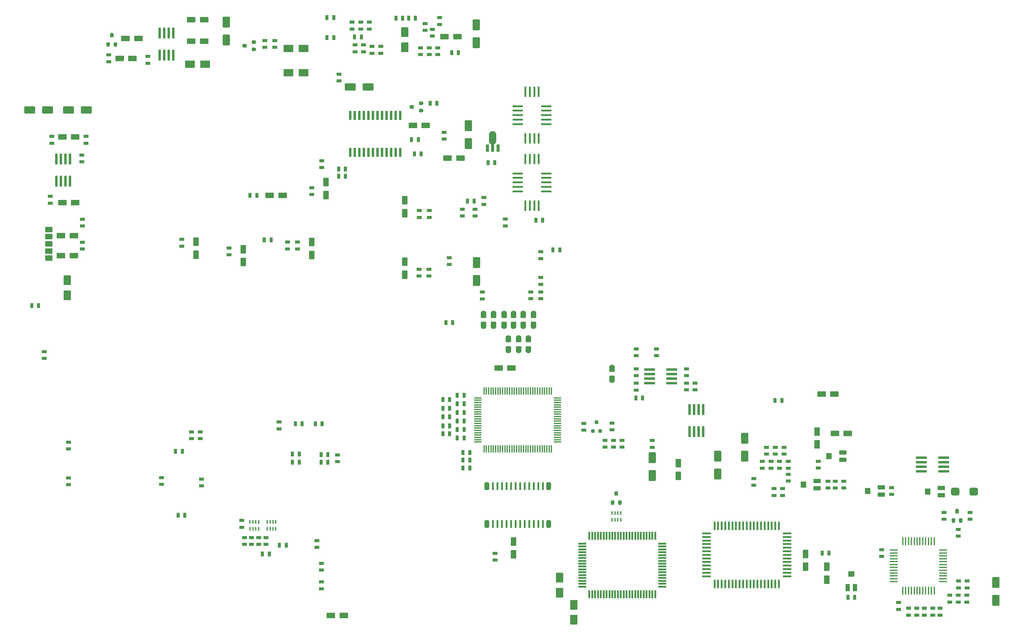
<source format=gtp>
G04 #@! TF.GenerationSoftware,KiCad,Pcbnew,7.0.8*
G04 #@! TF.CreationDate,2023-11-11T13:49:26+01:00*
G04 #@! TF.ProjectId,PCE,5043452e-6b69-4636-9164-5f7063625858,1.3*
G04 #@! TF.SameCoordinates,Original*
G04 #@! TF.FileFunction,Paste,Top*
G04 #@! TF.FilePolarity,Positive*
%FSLAX46Y46*%
G04 Gerber Fmt 4.6, Leading zero omitted, Abs format (unit mm)*
G04 Created by KiCad (PCBNEW 7.0.8) date 2023-11-11 13:49:26*
%MOMM*%
%LPD*%
G01*
G04 APERTURE LIST*
G04 Aperture macros list*
%AMRoundRect*
0 Rectangle with rounded corners*
0 $1 Rounding radius*
0 $2 $3 $4 $5 $6 $7 $8 $9 X,Y pos of 4 corners*
0 Add a 4 corners polygon primitive as box body*
4,1,4,$2,$3,$4,$5,$6,$7,$8,$9,$2,$3,0*
0 Add four circle primitives for the rounded corners*
1,1,$1+$1,$2,$3*
1,1,$1+$1,$4,$5*
1,1,$1+$1,$6,$7*
1,1,$1+$1,$8,$9*
0 Add four rect primitives between the rounded corners*
20,1,$1+$1,$2,$3,$4,$5,0*
20,1,$1+$1,$4,$5,$6,$7,0*
20,1,$1+$1,$6,$7,$8,$9,0*
20,1,$1+$1,$8,$9,$2,$3,0*%
G04 Aperture macros list end*
%ADD10RoundRect,0.200000X-0.800000X1.300000X-0.800000X-1.300000X0.800000X-1.300000X0.800000X1.300000X0*%
%ADD11RoundRect,0.219512X0.480488X-0.230488X0.480488X0.230488X-0.480488X0.230488X-0.480488X-0.230488X0*%
%ADD12RoundRect,0.219512X-0.480488X0.230488X-0.480488X-0.230488X0.480488X-0.230488X0.480488X0.230488X0*%
%ADD13RoundRect,0.219512X-0.230488X-0.480488X0.230488X-0.480488X0.230488X0.480488X-0.230488X0.480488X0*%
%ADD14RoundRect,0.060000X-1.440000X-0.240000X1.440000X-0.240000X1.440000X0.240000X-1.440000X0.240000X0*%
%ADD15RoundRect,0.150000X-1.050000X-0.600000X1.050000X-0.600000X1.050000X0.600000X-1.050000X0.600000X0*%
%ADD16RoundRect,0.150000X0.600000X-1.050000X0.600000X1.050000X-0.600000X1.050000X-0.600000X-1.050000X0*%
%ADD17RoundRect,0.200000X0.800000X-1.300000X0.800000X1.300000X-0.800000X1.300000X-0.800000X-1.300000X0*%
%ADD18RoundRect,0.150000X-0.600000X1.050000X-0.600000X-1.050000X0.600000X-1.050000X0.600000X1.050000X0*%
%ADD19R,0.500000X2.400000*%
%ADD20R,2.400000X0.500000*%
%ADD21R,0.400000X1.100000*%
%ADD22RoundRect,0.200000X-1.175000X-0.800000X1.175000X-0.800000X1.175000X0.800000X-1.175000X0.800000X0*%
%ADD23RoundRect,0.219512X0.230488X0.480488X-0.230488X0.480488X-0.230488X-0.480488X0.230488X-0.480488X0*%
%ADD24RoundRect,0.060000X-0.940000X-0.540000X0.940000X-0.540000X0.940000X0.540000X-0.940000X0.540000X0*%
%ADD25RoundRect,0.080000X-0.720000X-0.795000X0.720000X-0.795000X0.720000X0.795000X-0.720000X0.795000X0*%
%ADD26RoundRect,0.060000X0.240000X-1.440000X0.240000X1.440000X-0.240000X1.440000X-0.240000X-1.440000X0*%
%ADD27R,0.900000X2.000000*%
%ADD28R,0.900000X2.500000*%
%ADD29RoundRect,1.050000X0.000000X-0.825000X0.000000X0.825000X0.000000X0.825000X0.000000X-0.825000X0*%
%ADD30RoundRect,0.200000X0.300000X0.300000X-0.300000X0.300000X-0.300000X-0.300000X0.300000X-0.300000X0*%
%ADD31C,1.000000*%
%ADD32RoundRect,0.250000X0.250000X0.250000X-0.250000X0.250000X-0.250000X-0.250000X0.250000X-0.250000X0*%
%ADD33C,1.600000*%
%ADD34RoundRect,0.326087X-0.473913X0.423913X-0.473913X-0.423913X0.473913X-0.423913X0.473913X0.423913X0*%
%ADD35RoundRect,0.200000X-0.800000X1.175000X-0.800000X-1.175000X0.800000X-1.175000X0.800000X1.175000X0*%
%ADD36RoundRect,0.060000X-0.240000X1.190000X-0.240000X-1.190000X0.240000X-1.190000X0.240000X1.190000X0*%
%ADD37RoundRect,0.200000X0.300000X-0.300000X0.300000X0.300000X-0.300000X0.300000X-0.300000X-0.300000X0*%
%ADD38RoundRect,0.250000X0.250000X-0.250000X0.250000X0.250000X-0.250000X0.250000X-0.250000X-0.250000X0*%
%ADD39R,0.500000X2.200000*%
%ADD40R,2.200000X0.500000*%
%ADD41RoundRect,0.478260X-0.671740X-0.621740X0.671740X-0.621740X0.671740X0.621740X-0.671740X0.621740X0*%
%ADD42RoundRect,0.100000X-0.100000X0.950000X-0.100000X-0.950000X0.100000X-0.950000X0.100000X0.950000X0*%
%ADD43RoundRect,0.100000X-0.950000X0.100000X-0.950000X-0.100000X0.950000X-0.100000X0.950000X0.100000X0*%
%ADD44RoundRect,0.200000X-1.300000X-0.800000X1.300000X-0.800000X1.300000X0.800000X-1.300000X0.800000X0*%
%ADD45RoundRect,0.325000X0.325000X0.753750X-0.325000X0.753750X-0.325000X-0.753750X0.325000X-0.753750X0*%
%ADD46RoundRect,0.142500X0.142500X0.936250X-0.142500X0.936250X-0.142500X-0.936250X0.142500X-0.936250X0*%
%ADD47RoundRect,0.200000X1.300000X0.800000X-1.300000X0.800000X-1.300000X-0.800000X1.300000X-0.800000X0*%
%ADD48R,0.500000X3.000000*%
%ADD49R,3.000000X0.500000*%
%ADD50RoundRect,0.075000X0.925000X0.675000X-0.925000X0.675000X-0.925000X-0.675000X0.925000X-0.675000X0*%
%ADD51R,0.400000X2.250000*%
%ADD52R,2.250000X0.400000*%
%ADD53RoundRect,0.060000X-0.540000X0.940000X-0.540000X-0.940000X0.540000X-0.940000X0.540000X0.940000X0*%
%ADD54RoundRect,0.080000X-0.795000X0.720000X-0.795000X-0.720000X0.795000X-0.720000X0.795000X0.720000X0*%
G04 APERTURE END LIST*
D10*
X346125000Y-208050000D03*
X346125000Y-213050000D03*
D11*
X245625000Y-154250000D03*
X245625000Y-152350000D03*
D12*
X193350000Y-117275000D03*
X193350000Y-119175000D03*
D13*
X297575000Y-199875000D03*
X299475000Y-199875000D03*
X195575000Y-160525000D03*
X197475000Y-160525000D03*
D14*
X325300000Y-173145000D03*
X325300000Y-174415000D03*
X325300000Y-175685000D03*
X325300000Y-176955000D03*
X331500000Y-176950000D03*
X331500000Y-175685000D03*
X331500000Y-174415000D03*
X331500000Y-173145000D03*
D15*
X121212200Y-50774600D03*
X124812200Y-50774600D03*
D12*
X259675000Y-148325000D03*
X259675000Y-150225000D03*
D11*
X288100000Y-179700000D03*
X288100000Y-177800000D03*
D16*
X180925000Y-104825000D03*
X180925000Y-101225000D03*
D13*
X195575000Y-167700000D03*
X197475000Y-167700000D03*
D11*
X314150000Y-200800000D03*
X314150000Y-198900000D03*
D12*
X236900000Y-168325000D03*
X236900000Y-170225000D03*
D17*
X200950000Y-123625000D03*
X200950000Y-118625000D03*
D18*
X211325000Y-196600000D03*
X211325000Y-200200000D03*
D19*
X267475000Y-208475000D03*
X268475000Y-208475000D03*
X269475000Y-208475000D03*
X270475000Y-208475000D03*
X271475000Y-208475000D03*
X272475000Y-208475000D03*
X273475000Y-208475000D03*
X274475000Y-208475000D03*
X275475000Y-208475000D03*
X276475000Y-208475000D03*
X277475000Y-208475000D03*
X278475000Y-208475000D03*
X279475000Y-208475000D03*
X280475000Y-208475000D03*
X281475000Y-208475000D03*
X282475000Y-208475000D03*
X285475000Y-208475000D03*
X284475000Y-208475000D03*
X283475000Y-208475000D03*
D20*
X287725000Y-206325000D03*
X287725000Y-205325000D03*
X287725000Y-204325000D03*
X287725000Y-203325000D03*
X287725000Y-202325000D03*
X287725000Y-201325000D03*
X287725000Y-200325000D03*
X287725000Y-199325000D03*
X287725000Y-198325000D03*
X287725000Y-197325000D03*
X287725000Y-196325000D03*
X287725000Y-195325000D03*
X287725000Y-194325000D03*
D19*
X285475000Y-192175000D03*
X284475000Y-192175000D03*
X283475000Y-192175000D03*
X282475000Y-192175000D03*
X281475000Y-192175000D03*
X280475000Y-192175000D03*
X279475000Y-192175000D03*
X278475000Y-192175000D03*
X277475000Y-192175000D03*
X276475000Y-192175000D03*
X275475000Y-192175000D03*
X274475000Y-192175000D03*
X273475000Y-192175000D03*
X272475000Y-192175000D03*
X271475000Y-192175000D03*
X270475000Y-192175000D03*
X269475000Y-192175000D03*
X268475000Y-192175000D03*
X267475000Y-192175000D03*
D20*
X265225000Y-194325000D03*
X265225000Y-195325000D03*
X265225000Y-196325000D03*
X265225000Y-197325000D03*
X265225000Y-198325000D03*
X265225000Y-199325000D03*
X265225000Y-200325000D03*
X265225000Y-201325000D03*
X265225000Y-202325000D03*
X265225000Y-203325000D03*
X265225000Y-204325000D03*
X265225000Y-205325000D03*
X265225000Y-206325000D03*
D21*
X142475000Y-193050000D03*
X143275000Y-193050000D03*
X144075000Y-193050000D03*
X144875000Y-193050000D03*
X144875000Y-191150000D03*
X144075000Y-191150000D03*
X143275000Y-191150000D03*
X142475000Y-191150000D03*
D22*
X120875000Y-63150000D03*
X125075000Y-63150000D03*
D18*
X135750000Y-114900000D03*
X135750000Y-118500000D03*
D11*
X167000000Y-59675000D03*
X167000000Y-57775000D03*
D13*
X191575000Y-161725000D03*
X193475000Y-161725000D03*
D11*
X171000000Y-53325000D03*
X171000000Y-51425000D03*
D23*
X119475000Y-189275000D03*
X117575000Y-189275000D03*
D11*
X80175000Y-145425000D03*
X80175000Y-143525000D03*
D12*
X285675000Y-174225000D03*
X285675000Y-176125000D03*
X191875000Y-82200000D03*
X191875000Y-84100000D03*
D24*
X296150000Y-179725000D03*
D25*
X292300000Y-180725000D03*
D24*
X296150000Y-181725000D03*
D12*
X162560000Y-65979000D03*
X162560000Y-67879000D03*
D11*
X168600000Y-53325000D03*
X168600000Y-51425000D03*
X301200000Y-181650000D03*
X301200000Y-179750000D03*
X318900000Y-215575000D03*
X318900000Y-213675000D03*
D13*
X187975000Y-74100000D03*
X189875000Y-74100000D03*
D26*
X260520000Y-165875000D03*
X261790000Y-165875000D03*
X263060000Y-165875000D03*
X264330000Y-165875000D03*
X264325000Y-159675000D03*
X263060000Y-159675000D03*
X261790000Y-159675000D03*
X260520000Y-159675000D03*
D12*
X239200000Y-168325000D03*
X239200000Y-170225000D03*
D21*
X238850000Y-190550000D03*
X239650000Y-190550000D03*
X240450000Y-190550000D03*
X241250000Y-190550000D03*
X241250000Y-188650000D03*
X240450000Y-188650000D03*
X239650000Y-188650000D03*
X238850000Y-188650000D03*
D11*
X112950000Y-180650000D03*
X112950000Y-178750000D03*
X91821000Y-85262800D03*
X91821000Y-83362800D03*
D13*
X76662200Y-130683000D03*
X78562200Y-130683000D03*
D11*
X251250000Y-144650000D03*
X251250000Y-142750000D03*
D27*
X203975000Y-86600000D03*
D28*
X205475000Y-86350000D03*
D29*
X205475000Y-83725000D03*
D27*
X206975000Y-86600000D03*
D12*
X286500000Y-181812500D03*
X286500000Y-183712500D03*
D30*
X182950000Y-75100000D03*
D31*
X182650000Y-75100000D03*
X185650000Y-76100000D03*
D32*
X185350000Y-76100000D03*
D31*
X185650000Y-74100000D03*
D32*
X185350000Y-74100000D03*
D15*
X192027400Y-55499000D03*
X195627400Y-55499000D03*
D23*
X180345200Y-50342800D03*
X178445200Y-50342800D03*
D11*
X335625000Y-213525000D03*
X335625000Y-211625000D03*
D24*
X330875000Y-181625000D03*
D25*
X327025000Y-182625000D03*
D24*
X330875000Y-183625000D03*
D13*
X195575000Y-162925000D03*
X197475000Y-162925000D03*
D15*
X143175000Y-99875000D03*
X146775000Y-99875000D03*
D13*
X157500000Y-174425000D03*
X159400000Y-174425000D03*
D11*
X135325000Y-192625000D03*
X135325000Y-190725000D03*
D33*
X205700000Y-132900000D03*
D34*
X205700000Y-133350000D03*
X205700000Y-135950000D03*
D33*
X205700000Y-136400000D03*
D12*
X184875000Y-120475000D03*
X184875000Y-122375000D03*
X123725000Y-165975000D03*
X123725000Y-167875000D03*
D11*
X190119000Y-60487600D03*
X190119000Y-58587600D03*
D12*
X109067600Y-61000600D03*
X109067600Y-62900600D03*
X208975000Y-106475000D03*
X208975000Y-108375000D03*
D23*
X286275000Y-157175000D03*
X284375000Y-157175000D03*
D12*
X187750000Y-104100000D03*
X187750000Y-106000000D03*
D35*
X228175000Y-214300000D03*
X228175000Y-218500000D03*
D12*
X230925000Y-163575000D03*
X230925000Y-165475000D03*
D13*
X217525000Y-106800000D03*
X219425000Y-106800000D03*
D11*
X278425000Y-180875000D03*
X278425000Y-178975000D03*
D12*
X238850000Y-163512500D03*
X238850000Y-165412500D03*
X184925000Y-104100000D03*
X184925000Y-106000000D03*
D11*
X90805000Y-114843600D03*
X90805000Y-112943600D03*
D13*
X166875000Y-55550000D03*
X168775000Y-55550000D03*
D15*
X102848000Y-55981600D03*
X106448000Y-55981600D03*
X160275000Y-217250000D03*
X163875000Y-217250000D03*
D12*
X187675000Y-120475000D03*
X187675000Y-122375000D03*
D13*
X162425000Y-94500000D03*
X164325000Y-94500000D03*
D23*
X199075000Y-173850000D03*
X197175000Y-173850000D03*
D13*
X159175000Y-50150000D03*
X161075000Y-50150000D03*
D11*
X328450000Y-217175000D03*
X328450000Y-215275000D03*
D22*
X148425000Y-65550000D03*
X152625000Y-65550000D03*
D10*
X198650000Y-80350000D03*
X198650000Y-85350000D03*
D11*
X142100000Y-197400000D03*
X142100000Y-195500000D03*
D12*
X259675000Y-152325000D03*
X259675000Y-154225000D03*
D23*
X183891000Y-50342800D03*
X181991000Y-50342800D03*
D12*
X245625000Y-148350000D03*
X245625000Y-150250000D03*
X90627200Y-88585000D03*
X90627200Y-90485000D03*
D11*
X86950000Y-180700000D03*
X86950000Y-178800000D03*
X330500000Y-217175000D03*
X330500000Y-215275000D03*
D15*
X85223800Y-101879400D03*
X88823800Y-101879400D03*
D13*
X137650000Y-99875000D03*
X139550000Y-99875000D03*
D10*
X268350000Y-172725000D03*
X268350000Y-177725000D03*
D36*
X179610000Y-77525000D03*
X178340000Y-77525000D03*
X177070000Y-77525000D03*
X175800000Y-77525000D03*
X174530000Y-77525000D03*
X173260000Y-77525000D03*
X171990000Y-77525000D03*
X170720000Y-77525000D03*
X169450000Y-77525000D03*
X168180000Y-77525000D03*
X166910000Y-77525000D03*
X165640000Y-77525000D03*
X165640000Y-87825000D03*
X166910000Y-87825000D03*
X168180000Y-87825000D03*
X169450000Y-87825000D03*
X170720000Y-87825000D03*
X171990000Y-87825000D03*
X173260000Y-87825000D03*
X174530000Y-87825000D03*
X175800000Y-87825000D03*
X177070000Y-87825000D03*
X178340000Y-87825000D03*
X179610000Y-87825000D03*
D23*
X159400000Y-172300000D03*
X157500000Y-172300000D03*
D37*
X240025000Y-183250000D03*
D31*
X240025000Y-182950000D03*
X239025000Y-185950000D03*
D38*
X239025000Y-185650000D03*
D31*
X241025000Y-185950000D03*
D38*
X241025000Y-185650000D03*
D10*
X200914000Y-52211600D03*
X200914000Y-57211600D03*
D11*
X131775000Y-116450000D03*
X131775000Y-114550000D03*
X82245200Y-85262800D03*
X82245200Y-83362800D03*
D39*
X250900000Y-195050000D03*
X250100000Y-195050000D03*
X249300000Y-195050000D03*
X248500000Y-195050000D03*
X247700000Y-195050000D03*
X246900000Y-195050000D03*
X246100000Y-195050000D03*
X245300000Y-195050000D03*
X244500000Y-195050000D03*
X243700000Y-195050000D03*
X242900000Y-195050000D03*
X242100000Y-195050000D03*
X241300000Y-195050000D03*
X240500000Y-195050000D03*
X239700000Y-195050000D03*
X238900000Y-195050000D03*
X238100000Y-195050000D03*
X237300000Y-195050000D03*
X236500000Y-195050000D03*
X235700000Y-195050000D03*
X234900000Y-195050000D03*
X234100000Y-195050000D03*
X233300000Y-195050000D03*
X232500000Y-195050000D03*
D40*
X230550000Y-197200000D03*
X230550000Y-198000000D03*
X230550000Y-198800000D03*
X230550000Y-199600000D03*
X230550000Y-200400000D03*
X230550000Y-201200000D03*
X230550000Y-202000000D03*
X230550000Y-202800000D03*
X230550000Y-203600000D03*
X230550000Y-204400000D03*
X230550000Y-205200000D03*
X230550000Y-206000000D03*
X230550000Y-206800000D03*
X230550000Y-207600000D03*
X230550000Y-208400000D03*
X230550000Y-209200000D03*
D39*
X232500000Y-211350000D03*
X233300000Y-211350000D03*
X234100000Y-211350000D03*
X234900000Y-211350000D03*
X235700000Y-211350000D03*
X236500000Y-211350000D03*
X237300000Y-211350000D03*
X238100000Y-211350000D03*
X238900000Y-211350000D03*
X239700000Y-211350000D03*
X240500000Y-211350000D03*
X241300000Y-211350000D03*
X242100000Y-211350000D03*
X242900000Y-211350000D03*
X243700000Y-211350000D03*
X244500000Y-211350000D03*
X245300000Y-211350000D03*
X246100000Y-211350000D03*
X246900000Y-211350000D03*
X247700000Y-211350000D03*
X248500000Y-211350000D03*
X249300000Y-211350000D03*
X250100000Y-211350000D03*
X250900000Y-211350000D03*
D40*
X252850000Y-209200000D03*
X252850000Y-208400000D03*
X252850000Y-207600000D03*
X252850000Y-206800000D03*
X252850000Y-206000000D03*
X252850000Y-205200000D03*
X252850000Y-204400000D03*
X252850000Y-203600000D03*
X252850000Y-202800000D03*
X252850000Y-202000000D03*
X252850000Y-201200000D03*
X252850000Y-200400000D03*
X252850000Y-199600000D03*
X252850000Y-198800000D03*
X252850000Y-198000000D03*
X252850000Y-197200000D03*
D12*
X145725000Y-163200000D03*
X145725000Y-165100000D03*
D41*
X334725000Y-182650000D03*
X339925000Y-182650000D03*
D15*
X101222400Y-61569600D03*
X104822400Y-61569600D03*
D14*
X249325000Y-148570000D03*
X249325000Y-149840000D03*
X249325000Y-151110000D03*
X249325000Y-152380000D03*
X255525000Y-152375000D03*
X255525000Y-151110000D03*
X255525000Y-149840000D03*
X255525000Y-148570000D03*
D10*
X131000000Y-51450000D03*
X131000000Y-56450000D03*
D12*
X157600000Y-202675000D03*
X157600000Y-204575000D03*
D15*
X207125000Y-148125000D03*
X210725000Y-148125000D03*
D13*
X245500000Y-156475000D03*
X247400000Y-156475000D03*
D11*
X216125000Y-128750000D03*
X216125000Y-126850000D03*
D13*
X204150000Y-90675000D03*
X206050000Y-90675000D03*
D11*
X171800000Y-60100000D03*
X171800000Y-58200000D03*
D15*
X84814000Y-116662200D03*
X88414000Y-116662200D03*
D26*
X83545000Y-95850000D03*
X84815000Y-95850000D03*
X86085000Y-95850000D03*
X87355000Y-95850000D03*
X87350000Y-89650000D03*
X86085000Y-89650000D03*
X84815000Y-89650000D03*
X83545000Y-89650000D03*
D23*
X194312500Y-135400000D03*
X192412500Y-135400000D03*
D12*
X200575000Y-103700000D03*
X200575000Y-105600000D03*
X288100000Y-174200000D03*
X288100000Y-176100000D03*
X283250000Y-174225000D03*
X283250000Y-176125000D03*
D33*
X208650000Y-132900000D03*
D34*
X208650000Y-133350000D03*
X208650000Y-135950000D03*
D33*
X208650000Y-136400000D03*
D21*
X137675000Y-193050000D03*
X138475000Y-193050000D03*
X139275000Y-193050000D03*
X140075000Y-193050000D03*
X140075000Y-191150000D03*
X139275000Y-191150000D03*
X138475000Y-191150000D03*
X137675000Y-191150000D03*
D11*
X150900000Y-114825000D03*
X150900000Y-112925000D03*
D10*
X250100000Y-173200000D03*
X250100000Y-178200000D03*
D15*
X192850000Y-89400000D03*
X196450000Y-89400000D03*
D11*
X326075000Y-217175000D03*
X326075000Y-215275000D03*
D12*
X280850000Y-174225000D03*
X280850000Y-176125000D03*
X331600000Y-188450000D03*
X331600000Y-190350000D03*
D15*
X301125000Y-166375000D03*
X304725000Y-166375000D03*
D11*
X90805000Y-108432600D03*
X90805000Y-106532600D03*
D12*
X206125000Y-199912500D03*
X206125000Y-201812500D03*
X284125000Y-181812500D03*
X284125000Y-183712500D03*
D42*
X221900000Y-154500000D03*
X221250000Y-154500000D03*
X220600000Y-154500000D03*
X219950000Y-154500000D03*
X219300000Y-154500000D03*
X218650000Y-154500000D03*
X218000000Y-154500000D03*
X217350000Y-154500000D03*
X216700000Y-154500000D03*
X216050000Y-154500000D03*
X215400000Y-154500000D03*
X214750000Y-154500000D03*
X214100000Y-154500000D03*
X213450000Y-154500000D03*
X212800000Y-154500000D03*
X212150000Y-154500000D03*
X211500000Y-154500000D03*
X210850000Y-154500000D03*
X210200000Y-154500000D03*
X209550000Y-154500000D03*
X208900000Y-154500000D03*
X208250000Y-154500000D03*
X207600000Y-154500000D03*
X206950000Y-154500000D03*
X206300000Y-154500000D03*
X205650000Y-154500000D03*
X205000000Y-154500000D03*
X204350000Y-154500000D03*
X203700000Y-154500000D03*
X203050000Y-154500000D03*
D43*
X201350000Y-156450000D03*
X201350000Y-157100000D03*
X201350000Y-157750000D03*
X201350000Y-158400000D03*
X201350000Y-159050000D03*
X201350000Y-159700000D03*
X201350000Y-160350000D03*
X201350000Y-161000000D03*
X201350000Y-161650000D03*
X201350000Y-162300000D03*
X201350000Y-162950000D03*
X201350000Y-163600000D03*
X201350000Y-164250000D03*
X201350000Y-164900000D03*
X201350000Y-165550000D03*
X201350000Y-166200000D03*
X201350000Y-166850000D03*
X201350000Y-167500000D03*
X201350000Y-168150000D03*
X201350000Y-168800000D03*
D42*
X203050000Y-170750000D03*
X203700000Y-170750000D03*
X204350000Y-170750000D03*
X205000000Y-170750000D03*
X205650000Y-170750000D03*
X206300000Y-170750000D03*
X206950000Y-170750000D03*
X207600000Y-170750000D03*
X208250000Y-170750000D03*
X208900000Y-170750000D03*
X209550000Y-170750000D03*
X210200000Y-170750000D03*
X210850000Y-170750000D03*
X211500000Y-170750000D03*
X212150000Y-170750000D03*
X212800000Y-170750000D03*
X213450000Y-170750000D03*
X214100000Y-170750000D03*
X214750000Y-170750000D03*
X215400000Y-170750000D03*
X216050000Y-170750000D03*
X216700000Y-170750000D03*
X217350000Y-170750000D03*
X218000000Y-170750000D03*
X218650000Y-170750000D03*
X219300000Y-170750000D03*
X219950000Y-170750000D03*
X220600000Y-170750000D03*
X221250000Y-170750000D03*
X221900000Y-170750000D03*
D43*
X223600000Y-168800000D03*
X223600000Y-168150000D03*
X223600000Y-167500000D03*
X223600000Y-166850000D03*
X223600000Y-166200000D03*
X223600000Y-165550000D03*
X223600000Y-164900000D03*
X223600000Y-164250000D03*
X223600000Y-163600000D03*
X223600000Y-162950000D03*
X223600000Y-162300000D03*
X223600000Y-161650000D03*
X223600000Y-161000000D03*
X223600000Y-160350000D03*
X223600000Y-159700000D03*
X223600000Y-159050000D03*
X223600000Y-158400000D03*
X223600000Y-157750000D03*
X223600000Y-157100000D03*
X223600000Y-156450000D03*
D23*
X184700000Y-84275000D03*
X182800000Y-84275000D03*
D11*
X121325000Y-167875000D03*
X121325000Y-165975000D03*
D23*
X143537500Y-112250000D03*
X141637500Y-112250000D03*
D11*
X202975000Y-102375000D03*
X202975000Y-100475000D03*
D23*
X199075000Y-176050000D03*
X197175000Y-176050000D03*
D33*
X209900000Y-139700000D03*
D34*
X209900000Y-140150000D03*
X209900000Y-142750000D03*
D33*
X209900000Y-143200000D03*
D11*
X140075000Y-197400000D03*
X140075000Y-195500000D03*
D13*
X195575000Y-158125000D03*
X197475000Y-158125000D03*
D15*
X121212200Y-56769000D03*
X124812200Y-56769000D03*
D11*
X218900000Y-124725000D03*
X218900000Y-122825000D03*
X333250000Y-213525000D03*
X333250000Y-211625000D03*
D13*
X159175000Y-55775000D03*
X161075000Y-55775000D03*
D44*
X165698800Y-69519800D03*
X170698800Y-69519800D03*
D22*
X148425000Y-58750000D03*
X152625000Y-58750000D03*
D23*
X224225000Y-115100000D03*
X222325000Y-115100000D03*
D11*
X245625000Y-144650000D03*
X245625000Y-142750000D03*
D12*
X282025000Y-170250000D03*
X282025000Y-172150000D03*
D11*
X321725000Y-217175000D03*
X321725000Y-215275000D03*
X335675000Y-209550000D03*
X335675000Y-207650000D03*
D18*
X158925000Y-96150000D03*
X158925000Y-99750000D03*
D11*
X324025000Y-217175000D03*
X324025000Y-215275000D03*
D12*
X141825000Y-56575000D03*
X141825000Y-58475000D03*
D11*
X157600000Y-209800000D03*
X157600000Y-207900000D03*
D13*
X195575000Y-165325000D03*
X197475000Y-165325000D03*
D33*
X214050000Y-132900000D03*
D34*
X214050000Y-133350000D03*
X214050000Y-135950000D03*
D33*
X214050000Y-136400000D03*
D11*
X202575000Y-128762500D03*
X202575000Y-126862500D03*
D10*
X275900000Y-167750000D03*
X275900000Y-172750000D03*
D33*
X202900000Y-132900000D03*
D34*
X202900000Y-133350000D03*
X202900000Y-135950000D03*
D33*
X202900000Y-136400000D03*
D45*
X221080400Y-181166800D03*
D46*
X219490000Y-181165550D03*
X218220000Y-181165550D03*
X216950000Y-181165550D03*
X215680000Y-181165550D03*
X214410000Y-181165550D03*
X213140000Y-181165550D03*
X211870000Y-181165550D03*
X210600000Y-181165550D03*
X209330000Y-181165550D03*
X208060000Y-181165550D03*
X206790000Y-181165550D03*
X205520000Y-181165550D03*
D45*
X203884600Y-181166800D03*
X203884600Y-191733200D03*
D46*
X205520000Y-191731950D03*
X206790000Y-191731950D03*
X208060000Y-191731950D03*
X209330000Y-191731950D03*
X210600000Y-191731950D03*
X211870000Y-191731950D03*
X213140000Y-191731950D03*
X214410000Y-191731950D03*
X215680000Y-191731950D03*
X216950000Y-191731950D03*
X218220000Y-191731950D03*
X219490000Y-191731950D03*
D45*
X221080400Y-191733200D03*
D18*
X122600000Y-112825000D03*
X122600000Y-116425000D03*
D12*
X284475000Y-170250000D03*
X284475000Y-172150000D03*
X250100000Y-168375000D03*
X250100000Y-170275000D03*
X86950000Y-168850000D03*
X86950000Y-170750000D03*
X262050000Y-152325000D03*
X262050000Y-154225000D03*
D11*
X136100000Y-197400000D03*
X136100000Y-195500000D03*
D15*
X297400000Y-155400000D03*
X301000000Y-155400000D03*
D13*
X195575000Y-155750000D03*
X197475000Y-155750000D03*
D12*
X197000000Y-103700000D03*
X197000000Y-105600000D03*
D23*
X118725000Y-171375000D03*
X116825000Y-171375000D03*
D12*
X335600000Y-193200000D03*
X335600000Y-195100000D03*
X241625000Y-168325000D03*
X241625000Y-170225000D03*
D11*
X118625000Y-114050000D03*
X118625000Y-112150000D03*
D13*
X191575000Y-156925000D03*
X193475000Y-156925000D03*
D11*
X218900000Y-128750000D03*
X218900000Y-126850000D03*
D47*
X91933400Y-75946000D03*
X86933400Y-75946000D03*
D30*
X136225000Y-58000000D03*
D31*
X135925000Y-58000000D03*
X138925000Y-59000000D03*
D32*
X138625000Y-59000000D03*
D31*
X138925000Y-57000000D03*
D32*
X138625000Y-57000000D03*
D13*
X183600000Y-88275000D03*
X185500000Y-88275000D03*
D33*
X216850000Y-132900000D03*
D34*
X216850000Y-133350000D03*
X216850000Y-135950000D03*
D33*
X216850000Y-136400000D03*
D15*
X183150000Y-80300000D03*
X186750000Y-80300000D03*
D11*
X187731400Y-60487600D03*
X187731400Y-58587600D03*
D35*
X224150000Y-206700000D03*
X224150000Y-210900000D03*
D23*
X147775000Y-197650000D03*
X145875000Y-197650000D03*
D33*
X238850000Y-147975000D03*
D34*
X238850000Y-148425000D03*
X238850000Y-151025000D03*
D33*
X238850000Y-151475000D03*
D11*
X299150000Y-181650000D03*
X299150000Y-179750000D03*
D26*
X112395000Y-60650000D03*
X113665000Y-60650000D03*
X114935000Y-60650000D03*
X116205000Y-60650000D03*
X116200000Y-54450000D03*
X114935000Y-54450000D03*
X113665000Y-54450000D03*
X112395000Y-54450000D03*
D37*
X335225000Y-188225000D03*
D31*
X335225000Y-187925000D03*
X334225000Y-190925000D03*
D38*
X334225000Y-190625000D03*
D31*
X336225000Y-190925000D03*
D38*
X336225000Y-190625000D03*
D13*
X191575000Y-164250000D03*
X193475000Y-164250000D03*
X191575000Y-166500000D03*
X193475000Y-166500000D03*
D23*
X306675000Y-212225000D03*
X304775000Y-212225000D03*
X151400000Y-174475000D03*
X149500000Y-174475000D03*
D13*
X155925000Y-163725000D03*
X157825000Y-163725000D03*
D15*
X84814000Y-111099600D03*
X88414000Y-111099600D03*
D11*
X169375000Y-59675000D03*
X169375000Y-57775000D03*
D12*
X98196400Y-60594200D03*
X98196400Y-62494200D03*
D11*
X166200000Y-53325000D03*
X166200000Y-51425000D03*
D18*
X154875000Y-112900000D03*
X154875000Y-116500000D03*
D35*
X86614000Y-123553800D03*
X86614000Y-127753800D03*
D12*
X186537600Y-51805800D03*
X186537600Y-53705800D03*
X286900000Y-170250000D03*
X286900000Y-172150000D03*
D13*
X198400000Y-101425000D03*
X200300000Y-101425000D03*
D12*
X81838800Y-100131800D03*
X81838800Y-102031800D03*
D11*
X338850000Y-190350000D03*
X338850000Y-188450000D03*
D23*
X143050000Y-200075000D03*
X141150000Y-200075000D03*
D35*
X180924200Y-54237200D03*
X180924200Y-58437200D03*
D11*
X185293000Y-60487600D03*
X185293000Y-58587600D03*
D48*
X215850000Y-89725000D03*
X214600000Y-89725000D03*
D49*
X212450000Y-93725000D03*
X212450000Y-94975000D03*
X212450000Y-96225000D03*
X212450000Y-97475000D03*
X212450000Y-98725000D03*
D48*
X214600000Y-102725000D03*
X215850000Y-102725000D03*
X217100000Y-102725000D03*
X218350000Y-102725000D03*
D49*
X220450000Y-98725000D03*
X220450000Y-97475000D03*
X220450000Y-96225000D03*
X220450000Y-94975000D03*
X220450000Y-93725000D03*
D48*
X218350000Y-89725000D03*
X217100000Y-89725000D03*
D12*
X338000000Y-211625000D03*
X338000000Y-213525000D03*
D11*
X296450000Y-176075000D03*
X296450000Y-174175000D03*
D23*
X151400000Y-172125000D03*
X149500000Y-172125000D03*
D11*
X154875000Y-99600000D03*
X154875000Y-97700000D03*
X218900000Y-117500000D03*
X218900000Y-115600000D03*
D33*
X211275000Y-132900000D03*
D34*
X211275000Y-133350000D03*
X211275000Y-135950000D03*
D33*
X211275000Y-136400000D03*
D15*
X85223800Y-83515200D03*
X88823800Y-83515200D03*
D11*
X338050000Y-209550000D03*
X338050000Y-207650000D03*
D37*
X234475000Y-163300000D03*
D38*
X233475000Y-165700000D03*
X235475000Y-165700000D03*
D11*
X162100000Y-174300000D03*
X162100000Y-172400000D03*
X316950000Y-183425000D03*
X316950000Y-181525000D03*
D12*
X157700000Y-90187500D03*
X157700000Y-92087500D03*
D11*
X148125000Y-114825000D03*
X148125000Y-112925000D03*
D37*
X99034600Y-55162600D03*
D31*
X99034600Y-54862600D03*
X98034600Y-57862600D03*
D38*
X98034600Y-57562600D03*
D31*
X100034600Y-57862600D03*
D38*
X100034600Y-57562600D03*
D16*
X180875000Y-122000000D03*
X180875000Y-118400000D03*
D48*
X215850000Y-70925000D03*
X214600000Y-70925000D03*
D49*
X212450000Y-74925000D03*
X212450000Y-76175000D03*
X212450000Y-77425000D03*
X212450000Y-78675000D03*
X212450000Y-79925000D03*
D48*
X214600000Y-83925000D03*
X215850000Y-83925000D03*
X217100000Y-83925000D03*
X218350000Y-83925000D03*
D49*
X220450000Y-79925000D03*
X220450000Y-78675000D03*
X220450000Y-77425000D03*
X220450000Y-76175000D03*
X220450000Y-74925000D03*
D48*
X218350000Y-70925000D03*
X217100000Y-70925000D03*
D23*
X152225000Y-163725000D03*
X150325000Y-163725000D03*
D47*
X81102200Y-75946000D03*
X76102200Y-75946000D03*
D18*
X257350000Y-174650000D03*
X257350000Y-178250000D03*
D23*
X199075000Y-171700000D03*
X197175000Y-171700000D03*
D12*
X138075000Y-195500000D03*
X138075000Y-197400000D03*
D11*
X144600000Y-58475000D03*
X144600000Y-56575000D03*
D18*
X298850000Y-203675000D03*
X298850000Y-207275000D03*
D11*
X174200000Y-60100000D03*
X174200000Y-58200000D03*
X124050000Y-181075000D03*
X124050000Y-179175000D03*
D24*
X303300000Y-171750000D03*
D25*
X299450000Y-172750000D03*
D24*
X303300000Y-173750000D03*
D12*
X156375000Y-196350000D03*
X156375000Y-198250000D03*
D50*
X81381600Y-117385600D03*
X81381600Y-115385600D03*
X81381600Y-113385600D03*
X81381600Y-111385600D03*
X81381600Y-109385600D03*
D51*
X320075000Y-210325000D03*
X320875000Y-210325000D03*
X321675000Y-210325000D03*
X322475000Y-210325000D03*
X323275000Y-210325000D03*
X324075000Y-210325000D03*
X324875000Y-210325000D03*
X325675000Y-210325000D03*
X326475000Y-210325000D03*
X327275000Y-210325000D03*
X328075000Y-210325000D03*
X328875000Y-210325000D03*
D52*
X331375000Y-207825000D03*
X331375000Y-207025000D03*
X331375000Y-206225000D03*
X331375000Y-205425000D03*
X331375000Y-204625000D03*
X331375000Y-203825000D03*
X331375000Y-203025000D03*
X331375000Y-202225000D03*
X331375000Y-201425000D03*
X331375000Y-200625000D03*
X331375000Y-199825000D03*
X331375000Y-199025000D03*
D51*
X328875000Y-196525000D03*
X328075000Y-196525000D03*
X327275000Y-196525000D03*
X326475000Y-196525000D03*
X325675000Y-196525000D03*
X324875000Y-196525000D03*
X324075000Y-196525000D03*
X323275000Y-196525000D03*
X322475000Y-196525000D03*
X321675000Y-196525000D03*
X320875000Y-196525000D03*
X320075000Y-196525000D03*
D52*
X317575000Y-199025000D03*
X317575000Y-199825000D03*
X317575000Y-200625000D03*
X317575000Y-201425000D03*
X317575000Y-202225000D03*
X317575000Y-203025000D03*
X317575000Y-203825000D03*
X317575000Y-204625000D03*
X317575000Y-205425000D03*
X317575000Y-206225000D03*
X317575000Y-207025000D03*
X317575000Y-207825000D03*
D13*
X162425000Y-92500000D03*
X164325000Y-92500000D03*
D53*
X306725000Y-209525000D03*
D54*
X305725000Y-205675000D03*
D53*
X304725000Y-209525000D03*
D11*
X303600000Y-181650000D03*
X303600000Y-179750000D03*
D23*
X195920400Y-59944000D03*
X194020400Y-59944000D03*
D33*
X215425000Y-139700000D03*
D34*
X215425000Y-140150000D03*
X215425000Y-142750000D03*
D33*
X215425000Y-143200000D03*
X212700000Y-139700000D03*
D34*
X212700000Y-140150000D03*
X212700000Y-142750000D03*
D33*
X212700000Y-143200000D03*
D12*
X190652400Y-50180200D03*
X190652400Y-52080200D03*
D11*
X188595000Y-55306000D03*
X188595000Y-53406000D03*
D24*
X314100000Y-181475000D03*
D25*
X310250000Y-182475000D03*
D24*
X314100000Y-183475000D03*
D13*
X191575000Y-159350000D03*
X193475000Y-159350000D03*
D18*
X296175000Y-165850000D03*
X296175000Y-169450000D03*
X292900000Y-200075000D03*
X292900000Y-203675000D03*
M02*

</source>
